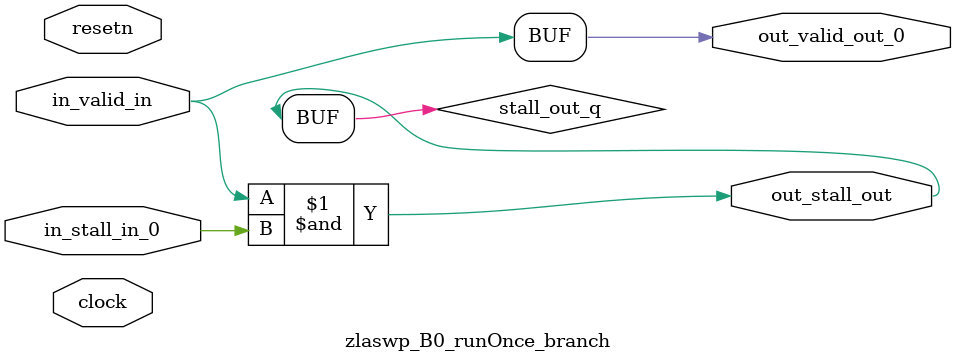
<source format=sv>



(* altera_attribute = "-name AUTO_SHIFT_REGISTER_RECOGNITION OFF; -name MESSAGE_DISABLE 10036; -name MESSAGE_DISABLE 10037; -name MESSAGE_DISABLE 14130; -name MESSAGE_DISABLE 14320; -name MESSAGE_DISABLE 15400; -name MESSAGE_DISABLE 14130; -name MESSAGE_DISABLE 10036; -name MESSAGE_DISABLE 12020; -name MESSAGE_DISABLE 12030; -name MESSAGE_DISABLE 12010; -name MESSAGE_DISABLE 12110; -name MESSAGE_DISABLE 14320; -name MESSAGE_DISABLE 13410; -name MESSAGE_DISABLE 113007; -name MESSAGE_DISABLE 10958" *)
module zlaswp_B0_runOnce_branch (
    input wire [0:0] in_stall_in_0,
    input wire [0:0] in_valid_in,
    output wire [0:0] out_stall_out,
    output wire [0:0] out_valid_out_0,
    input wire clock,
    input wire resetn
    );

    wire [0:0] stall_out_q;


    // stall_out(LOGICAL,6)
    assign stall_out_q = in_valid_in & in_stall_in_0;

    // out_stall_out(GPOUT,4)
    assign out_stall_out = stall_out_q;

    // out_valid_out_0(GPOUT,5)
    assign out_valid_out_0 = in_valid_in;

endmodule

</source>
